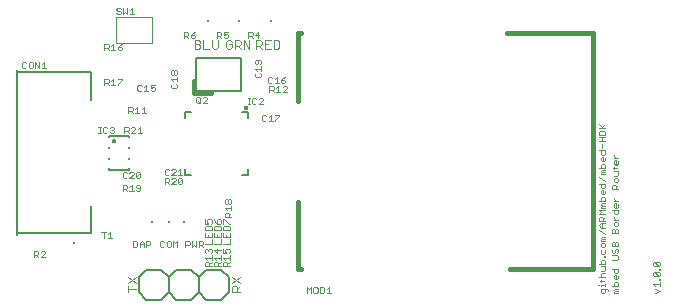
<source format=gto>
G75*
%MOIN*%
%OFA0B0*%
%FSLAX25Y25*%
%IPPOS*%
%LPD*%
%AMOC8*
5,1,8,0,0,1.08239X$1,22.5*
%
%ADD10C,0.00300*%
%ADD11C,0.00400*%
%ADD12R,0.00984X0.00984*%
%ADD13C,0.01600*%
%ADD14C,0.00500*%
%ADD15C,0.01761*%
%ADD16C,0.00600*%
%ADD17C,0.00394*%
D10*
X0209932Y0015350D02*
X0208531Y0015350D01*
X0208531Y0015700D01*
X0208881Y0016051D01*
X0209932Y0016051D01*
X0208881Y0016051D02*
X0208531Y0016401D01*
X0208881Y0016751D01*
X0209932Y0016751D01*
X0207831Y0017560D02*
X0209932Y0017560D01*
X0209932Y0018611D01*
X0209582Y0018961D01*
X0208881Y0018961D01*
X0208531Y0018611D01*
X0208531Y0017560D01*
X0209932Y0020821D02*
X0209932Y0020120D01*
X0209582Y0019770D01*
X0208881Y0019770D01*
X0208531Y0020120D01*
X0208531Y0020821D01*
X0208881Y0021171D01*
X0209232Y0021171D01*
X0209232Y0019770D01*
X0207831Y0023381D02*
X0209932Y0023381D01*
X0209932Y0022330D01*
X0209582Y0021980D01*
X0208881Y0021980D01*
X0208531Y0022330D01*
X0208531Y0023381D01*
X0207831Y0026399D02*
X0209582Y0026399D01*
X0209932Y0026750D01*
X0209932Y0027450D01*
X0209582Y0027801D01*
X0207831Y0027801D01*
X0208181Y0030010D02*
X0207831Y0029660D01*
X0207831Y0028960D01*
X0208181Y0028609D01*
X0208531Y0028609D01*
X0208881Y0028960D01*
X0208881Y0029660D01*
X0209232Y0030010D01*
X0209582Y0030010D01*
X0209932Y0029660D01*
X0209932Y0028960D01*
X0209582Y0028609D01*
X0209932Y0030819D02*
X0207831Y0030819D01*
X0207831Y0031870D01*
X0208181Y0032220D01*
X0208531Y0032220D01*
X0208881Y0031870D01*
X0209232Y0032220D01*
X0209582Y0032220D01*
X0209932Y0031870D01*
X0209932Y0030819D01*
X0208881Y0030819D02*
X0208881Y0031870D01*
X0209932Y0035239D02*
X0207831Y0035239D01*
X0207831Y0036290D01*
X0208181Y0036640D01*
X0208531Y0036640D01*
X0208881Y0036290D01*
X0209232Y0036640D01*
X0209582Y0036640D01*
X0209932Y0036290D01*
X0209932Y0035239D01*
X0208881Y0035239D02*
X0208881Y0036290D01*
X0209932Y0037799D02*
X0209932Y0038500D01*
X0209582Y0038850D01*
X0208881Y0038850D01*
X0208531Y0038500D01*
X0208531Y0037799D01*
X0208881Y0037449D01*
X0209582Y0037449D01*
X0209932Y0037799D01*
X0209932Y0039659D02*
X0208531Y0039659D01*
X0209232Y0039659D02*
X0208531Y0040359D01*
X0208531Y0040710D01*
X0207831Y0042901D02*
X0209932Y0042901D01*
X0209932Y0041851D01*
X0209582Y0041500D01*
X0208881Y0041500D01*
X0208531Y0041851D01*
X0208531Y0042901D01*
X0209932Y0044761D02*
X0209932Y0044060D01*
X0209582Y0043710D01*
X0208881Y0043710D01*
X0208531Y0044060D01*
X0208531Y0044761D01*
X0208881Y0045111D01*
X0209232Y0045111D01*
X0209232Y0043710D01*
X0209932Y0045920D02*
X0208531Y0045920D01*
X0209232Y0045920D02*
X0208531Y0046621D01*
X0208531Y0046971D01*
X0209932Y0049971D02*
X0207831Y0049971D01*
X0207831Y0051022D01*
X0208181Y0051373D01*
X0208881Y0051373D01*
X0209232Y0051022D01*
X0209232Y0049971D01*
X0209232Y0050672D02*
X0209932Y0051373D01*
X0209932Y0052532D02*
X0209932Y0053232D01*
X0209582Y0053583D01*
X0208881Y0053583D01*
X0208531Y0053232D01*
X0208531Y0052532D01*
X0208881Y0052181D01*
X0209582Y0052181D01*
X0209932Y0052532D01*
X0208531Y0054391D02*
X0209582Y0054391D01*
X0209932Y0054742D01*
X0209932Y0055792D01*
X0208531Y0055792D01*
X0208181Y0056951D02*
X0209582Y0056951D01*
X0209932Y0057302D01*
X0208531Y0057302D02*
X0208531Y0056601D01*
X0209932Y0059125D02*
X0209932Y0058425D01*
X0209582Y0058074D01*
X0208881Y0058074D01*
X0208531Y0058425D01*
X0208531Y0059125D01*
X0208881Y0059476D01*
X0209232Y0059476D01*
X0209232Y0058074D01*
X0209932Y0060284D02*
X0208531Y0060284D01*
X0209232Y0060284D02*
X0208531Y0060985D01*
X0208531Y0061335D01*
X0222391Y0015290D02*
X0223792Y0015991D01*
X0222391Y0016691D01*
X0222391Y0017500D02*
X0221691Y0018200D01*
X0223792Y0018200D01*
X0223792Y0017500D02*
X0223792Y0018901D01*
X0223792Y0019710D02*
X0223442Y0019710D01*
X0223442Y0020060D01*
X0223792Y0020060D01*
X0223792Y0019710D01*
X0223442Y0020815D02*
X0222041Y0020815D01*
X0221691Y0021165D01*
X0221691Y0021866D01*
X0222041Y0022216D01*
X0223442Y0022216D01*
X0223792Y0021866D01*
X0223792Y0021165D01*
X0223442Y0020815D01*
X0222041Y0022216D01*
X0223792Y0023025D02*
X0223442Y0023025D01*
X0223442Y0023375D01*
X0223792Y0023375D01*
X0223792Y0023025D01*
X0223442Y0024130D02*
X0222041Y0024130D01*
X0221691Y0024480D01*
X0221691Y0025180D01*
X0222041Y0025531D01*
X0223442Y0025531D01*
X0223792Y0025180D01*
X0223792Y0024480D01*
X0223442Y0024130D01*
X0222041Y0025531D01*
X0065732Y0030650D02*
X0065732Y0032752D01*
X0066783Y0032752D01*
X0067134Y0032401D01*
X0067134Y0031701D01*
X0066783Y0031351D01*
X0065732Y0031351D01*
X0067942Y0032752D02*
X0067942Y0030650D01*
X0068643Y0031351D01*
X0069343Y0030650D01*
X0069343Y0032752D01*
X0070152Y0030650D02*
X0070152Y0032752D01*
X0071203Y0032752D01*
X0071553Y0032401D01*
X0071553Y0031701D01*
X0071203Y0031351D01*
X0070152Y0031351D01*
X0070853Y0031351D02*
X0071553Y0030650D01*
X0048232Y0032752D02*
X0048232Y0030650D01*
X0049283Y0030650D01*
X0049634Y0031000D01*
X0049634Y0032401D01*
X0049283Y0032752D01*
X0048232Y0032752D01*
X0050442Y0030650D02*
X0050442Y0032051D01*
X0051143Y0032752D01*
X0051843Y0032051D01*
X0051843Y0030650D01*
X0051843Y0031701D02*
X0050442Y0031701D01*
X0052652Y0030650D02*
X0052652Y0032752D01*
X0053703Y0032752D01*
X0054053Y0032401D01*
X0054053Y0031701D01*
X0053703Y0031351D01*
X0052652Y0031351D01*
X0058634Y0032401D02*
X0058283Y0032752D01*
X0057583Y0032752D01*
X0057232Y0032401D01*
X0057232Y0031000D01*
X0057583Y0030650D01*
X0058283Y0030650D01*
X0058634Y0031000D01*
X0060493Y0032752D02*
X0059793Y0032752D01*
X0059442Y0032401D01*
X0059442Y0031000D01*
X0059793Y0030650D01*
X0060493Y0030650D01*
X0060843Y0031000D01*
X0060843Y0032401D01*
X0060493Y0032752D01*
X0061652Y0030650D02*
X0061652Y0032752D01*
X0062353Y0032051D01*
X0063053Y0032752D01*
X0063053Y0030650D01*
X0206433Y0016051D02*
X0206433Y0016401D01*
X0206083Y0016751D01*
X0204331Y0016751D01*
X0204331Y0015700D01*
X0204681Y0015350D01*
X0205382Y0015350D01*
X0205732Y0015700D01*
X0205732Y0016751D01*
X0204331Y0017560D02*
X0204331Y0017910D01*
X0205732Y0017910D01*
X0205732Y0017560D02*
X0205732Y0018260D01*
X0203631Y0017910D02*
X0203280Y0017910D01*
X0203981Y0019383D02*
X0205382Y0019383D01*
X0205732Y0019734D01*
X0204331Y0019734D02*
X0204331Y0019033D01*
X0203631Y0020506D02*
X0205732Y0020506D01*
X0204681Y0020506D02*
X0204331Y0020857D01*
X0204331Y0021557D01*
X0204681Y0021908D01*
X0205732Y0021908D01*
X0204331Y0022716D02*
X0205382Y0022716D01*
X0205732Y0023067D01*
X0205732Y0024117D01*
X0204331Y0024117D01*
X0203631Y0024926D02*
X0205732Y0024926D01*
X0205732Y0025977D01*
X0205382Y0026327D01*
X0204681Y0026327D01*
X0204331Y0025977D01*
X0204331Y0024926D01*
X0205732Y0027136D02*
X0205382Y0027136D01*
X0205382Y0027486D01*
X0205732Y0027486D01*
X0205732Y0027136D01*
X0204331Y0029642D02*
X0204331Y0028591D01*
X0204681Y0028241D01*
X0205382Y0028241D01*
X0205732Y0028591D01*
X0205732Y0029642D01*
X0205732Y0030801D02*
X0205732Y0031502D01*
X0205382Y0031852D01*
X0204681Y0031852D01*
X0204331Y0031502D01*
X0204331Y0030801D01*
X0204681Y0030451D01*
X0205382Y0030451D01*
X0205732Y0030801D01*
X0205732Y0032661D02*
X0204331Y0032661D01*
X0204331Y0033011D01*
X0204681Y0033361D01*
X0205732Y0033361D01*
X0204681Y0033361D02*
X0204331Y0033712D01*
X0204681Y0034062D01*
X0205732Y0034062D01*
X0205732Y0034871D02*
X0203631Y0036272D01*
X0205732Y0037080D02*
X0204331Y0037080D01*
X0203631Y0037781D01*
X0204331Y0038482D01*
X0205732Y0038482D01*
X0204681Y0038482D02*
X0204681Y0037080D01*
X0205732Y0039290D02*
X0203631Y0039290D01*
X0203631Y0040341D01*
X0203981Y0040692D01*
X0204681Y0040692D01*
X0205032Y0040341D01*
X0205032Y0039290D01*
X0205032Y0039991D02*
X0205732Y0040692D01*
X0205732Y0041500D02*
X0203631Y0041500D01*
X0204331Y0042201D01*
X0203631Y0042901D01*
X0205732Y0042901D01*
X0205732Y0043710D02*
X0204331Y0043710D01*
X0204331Y0044060D01*
X0204681Y0044411D01*
X0205732Y0044411D01*
X0204681Y0044411D02*
X0204331Y0044761D01*
X0204681Y0045111D01*
X0205732Y0045111D01*
X0203631Y0045920D02*
X0205732Y0045920D01*
X0205732Y0046971D01*
X0205382Y0047321D01*
X0204681Y0047321D01*
X0204331Y0046971D01*
X0204331Y0045920D01*
X0205732Y0049181D02*
X0205732Y0048480D01*
X0205382Y0048130D01*
X0204681Y0048130D01*
X0204331Y0048480D01*
X0204331Y0049181D01*
X0204681Y0049531D01*
X0205032Y0049531D01*
X0205032Y0048130D01*
X0203631Y0051741D02*
X0205732Y0051741D01*
X0205732Y0050690D01*
X0205382Y0050340D01*
X0204681Y0050340D01*
X0204331Y0050690D01*
X0204331Y0051741D01*
X0205732Y0052550D02*
X0203631Y0053951D01*
X0205732Y0054760D02*
X0204331Y0054760D01*
X0204331Y0055110D01*
X0204681Y0055460D01*
X0205732Y0055460D01*
X0204681Y0055460D02*
X0204331Y0055810D01*
X0204681Y0056161D01*
X0205732Y0056161D01*
X0203631Y0056969D02*
X0205732Y0056969D01*
X0205732Y0058020D01*
X0205382Y0058371D01*
X0204681Y0058371D01*
X0204331Y0058020D01*
X0204331Y0056969D01*
X0205732Y0060230D02*
X0205732Y0059530D01*
X0205382Y0059179D01*
X0204681Y0059179D01*
X0204331Y0059530D01*
X0204331Y0060230D01*
X0204681Y0060580D01*
X0205032Y0060580D01*
X0205032Y0059179D01*
X0203631Y0062790D02*
X0205732Y0062790D01*
X0205732Y0061739D01*
X0205382Y0061389D01*
X0204681Y0061389D01*
X0204331Y0061739D01*
X0204331Y0062790D01*
X0204681Y0063599D02*
X0204681Y0065000D01*
X0203631Y0065809D02*
X0205732Y0065809D01*
X0204681Y0065809D02*
X0204681Y0067210D01*
X0203631Y0067210D02*
X0205732Y0067210D01*
X0203631Y0068019D02*
X0205732Y0068019D01*
X0205732Y0069070D01*
X0205382Y0069420D01*
X0203981Y0069420D01*
X0203631Y0069070D01*
X0203631Y0068019D01*
X0203631Y0070229D02*
X0205732Y0070229D01*
X0205032Y0070229D02*
X0203631Y0071630D01*
X0204681Y0070579D02*
X0205732Y0071630D01*
X0076232Y0100150D02*
X0076232Y0102252D01*
X0077283Y0102252D01*
X0077634Y0101901D01*
X0077634Y0101201D01*
X0077283Y0100851D01*
X0076232Y0100851D01*
X0076933Y0100851D02*
X0077634Y0100150D01*
X0079843Y0102252D02*
X0078442Y0102252D01*
X0078442Y0101201D01*
X0079143Y0101551D01*
X0079493Y0101551D01*
X0079843Y0101201D01*
X0079843Y0100500D01*
X0079493Y0100150D01*
X0078793Y0100150D01*
X0078442Y0100500D01*
X0065232Y0100150D02*
X0065232Y0102252D01*
X0066283Y0102252D01*
X0066634Y0101901D01*
X0066634Y0101201D01*
X0066283Y0100851D01*
X0065232Y0100851D01*
X0065933Y0100851D02*
X0066634Y0100150D01*
X0068843Y0102252D02*
X0068143Y0101901D01*
X0067442Y0101201D01*
X0067442Y0100500D01*
X0067793Y0100150D01*
X0068493Y0100150D01*
X0068843Y0100500D01*
X0068843Y0100851D01*
X0068493Y0101201D01*
X0067442Y0101201D01*
X0086732Y0100150D02*
X0086732Y0102252D01*
X0087783Y0102252D01*
X0088134Y0101901D01*
X0088134Y0101201D01*
X0087783Y0100851D01*
X0086732Y0100851D01*
X0087433Y0100851D02*
X0088134Y0100150D01*
X0089993Y0100150D02*
X0089993Y0102252D01*
X0088942Y0101201D01*
X0090343Y0101201D01*
X0106151Y0015176D02*
X0106151Y0017278D01*
X0106851Y0016577D01*
X0107552Y0017278D01*
X0107552Y0015176D01*
X0109411Y0017278D02*
X0108711Y0017278D01*
X0108360Y0016927D01*
X0108360Y0015526D01*
X0108711Y0015176D01*
X0109411Y0015176D01*
X0109762Y0015526D01*
X0109762Y0016927D01*
X0109411Y0017278D01*
X0110570Y0017278D02*
X0110570Y0015176D01*
X0111621Y0015176D01*
X0111971Y0015526D01*
X0111971Y0016927D01*
X0111621Y0017278D01*
X0110570Y0017278D01*
X0112780Y0016577D02*
X0113481Y0017278D01*
X0113481Y0015176D01*
X0114181Y0015176D02*
X0112780Y0015176D01*
X0015232Y0027150D02*
X0015232Y0029252D01*
X0016283Y0029252D01*
X0016634Y0028901D01*
X0016634Y0028201D01*
X0016283Y0027851D01*
X0015232Y0027851D01*
X0015933Y0027851D02*
X0016634Y0027150D01*
X0018843Y0027150D02*
X0017442Y0027150D01*
X0018843Y0028551D01*
X0018843Y0028901D01*
X0018493Y0029252D01*
X0017793Y0029252D01*
X0017442Y0028901D01*
X0093732Y0082150D02*
X0093732Y0084252D01*
X0094783Y0084252D01*
X0095134Y0083901D01*
X0095134Y0083201D01*
X0094783Y0082851D01*
X0093732Y0082851D01*
X0094433Y0082851D02*
X0095134Y0082150D01*
X0095942Y0083551D02*
X0096643Y0084252D01*
X0096643Y0082150D01*
X0097343Y0082150D02*
X0095942Y0082150D01*
X0099553Y0082150D02*
X0098152Y0082150D01*
X0099553Y0083551D01*
X0099553Y0083901D01*
X0099203Y0084252D01*
X0098502Y0084252D01*
X0098152Y0083901D01*
X0094634Y0086901D02*
X0094283Y0087252D01*
X0093583Y0087252D01*
X0093232Y0086901D01*
X0093232Y0085500D01*
X0093583Y0085150D01*
X0094283Y0085150D01*
X0094634Y0085500D01*
X0095442Y0086551D02*
X0096143Y0087252D01*
X0096143Y0085150D01*
X0096843Y0085150D02*
X0095442Y0085150D01*
X0099053Y0087252D02*
X0098353Y0086901D01*
X0097652Y0086201D01*
X0097652Y0085500D01*
X0098002Y0085150D01*
X0098703Y0085150D01*
X0099053Y0085500D01*
X0099053Y0085851D01*
X0098703Y0086201D01*
X0097652Y0086201D01*
X0046732Y0075150D02*
X0046732Y0077252D01*
X0047783Y0077252D01*
X0048134Y0076901D01*
X0048134Y0076201D01*
X0047783Y0075851D01*
X0046732Y0075851D01*
X0047433Y0075851D02*
X0048134Y0075150D01*
X0048942Y0076551D02*
X0049643Y0077252D01*
X0049643Y0075150D01*
X0050343Y0075150D02*
X0048942Y0075150D01*
X0051152Y0076551D02*
X0051853Y0077252D01*
X0051853Y0075150D01*
X0052553Y0075150D02*
X0051152Y0075150D01*
X0086480Y0078119D02*
X0087181Y0078119D01*
X0086831Y0078119D02*
X0086831Y0080220D01*
X0087181Y0080220D02*
X0086480Y0080220D01*
X0089355Y0079870D02*
X0089005Y0080220D01*
X0088304Y0080220D01*
X0087954Y0079870D01*
X0087954Y0078469D01*
X0088304Y0078119D01*
X0089005Y0078119D01*
X0089355Y0078469D01*
X0091565Y0078119D02*
X0090164Y0078119D01*
X0091565Y0079520D01*
X0091565Y0079870D01*
X0091214Y0080220D01*
X0090514Y0080220D01*
X0090164Y0079870D01*
X0069232Y0079000D02*
X0069232Y0080401D01*
X0069583Y0080752D01*
X0070283Y0080752D01*
X0070634Y0080401D01*
X0070634Y0079000D01*
X0070283Y0078650D01*
X0069583Y0078650D01*
X0069232Y0079000D01*
X0069933Y0079351D02*
X0070634Y0078650D01*
X0072843Y0078650D02*
X0071442Y0078650D01*
X0072843Y0080051D01*
X0072843Y0080401D01*
X0072493Y0080752D01*
X0071793Y0080752D01*
X0071442Y0080401D01*
X0061181Y0085051D02*
X0060831Y0084701D01*
X0060831Y0084000D01*
X0061181Y0083650D01*
X0062582Y0083650D01*
X0062932Y0084000D01*
X0062932Y0084701D01*
X0062582Y0085051D01*
X0061531Y0085860D02*
X0060831Y0086560D01*
X0062932Y0086560D01*
X0062932Y0085860D02*
X0062932Y0087261D01*
X0061181Y0088070D02*
X0060831Y0088420D01*
X0060831Y0089121D01*
X0061181Y0089471D01*
X0061531Y0089471D01*
X0061881Y0089121D01*
X0062232Y0089471D01*
X0062582Y0089471D01*
X0062932Y0089121D01*
X0062932Y0088420D01*
X0062582Y0088070D01*
X0062232Y0088070D01*
X0061881Y0088420D01*
X0061531Y0088070D01*
X0061181Y0088070D01*
X0061881Y0088420D02*
X0061881Y0089121D01*
X0089181Y0088551D02*
X0088831Y0088201D01*
X0088831Y0087500D01*
X0089181Y0087150D01*
X0090582Y0087150D01*
X0090932Y0087500D01*
X0090932Y0088201D01*
X0090582Y0088551D01*
X0089531Y0089360D02*
X0088831Y0090060D01*
X0090932Y0090060D01*
X0090932Y0089360D02*
X0090932Y0090761D01*
X0090582Y0091570D02*
X0090932Y0091920D01*
X0090932Y0092621D01*
X0090582Y0092971D01*
X0089181Y0092971D01*
X0088831Y0092621D01*
X0088831Y0091920D01*
X0089181Y0091570D01*
X0089531Y0091570D01*
X0089881Y0091920D01*
X0089881Y0092971D01*
X0058857Y0051650D02*
X0058857Y0053752D01*
X0059908Y0053752D01*
X0060259Y0053401D01*
X0060259Y0052701D01*
X0059908Y0052351D01*
X0058857Y0052351D01*
X0059558Y0052351D02*
X0060259Y0051650D01*
X0062468Y0051650D02*
X0061067Y0051650D01*
X0062468Y0053051D01*
X0062468Y0053401D01*
X0062118Y0053752D01*
X0061418Y0053752D01*
X0061067Y0053401D01*
X0063277Y0052000D02*
X0063277Y0053401D01*
X0063627Y0053752D01*
X0064328Y0053752D01*
X0064678Y0053401D01*
X0064678Y0052000D01*
X0064328Y0051650D01*
X0063627Y0051650D01*
X0063277Y0052000D01*
X0064678Y0053401D01*
X0045382Y0068625D02*
X0045382Y0070727D01*
X0046433Y0070727D01*
X0046784Y0070376D01*
X0046784Y0069676D01*
X0046433Y0069326D01*
X0045382Y0069326D01*
X0046083Y0069326D02*
X0046784Y0068625D01*
X0048993Y0068625D02*
X0047592Y0068625D01*
X0048993Y0070026D01*
X0048993Y0070376D01*
X0048643Y0070727D01*
X0047943Y0070727D01*
X0047592Y0070376D01*
X0049802Y0070026D02*
X0050503Y0070727D01*
X0050503Y0068625D01*
X0051203Y0068625D02*
X0049802Y0068625D01*
X0060259Y0056401D02*
X0059908Y0056752D01*
X0059208Y0056752D01*
X0058857Y0056401D01*
X0058857Y0055000D01*
X0059208Y0054650D01*
X0059908Y0054650D01*
X0060259Y0055000D01*
X0062468Y0054650D02*
X0061067Y0054650D01*
X0062468Y0056051D01*
X0062468Y0056401D01*
X0062118Y0056752D01*
X0061418Y0056752D01*
X0061067Y0056401D01*
X0063277Y0056051D02*
X0063978Y0056752D01*
X0063978Y0054650D01*
X0064678Y0054650D02*
X0063277Y0054650D01*
X0046259Y0055401D02*
X0045908Y0055752D01*
X0045208Y0055752D01*
X0044857Y0055401D01*
X0044857Y0054000D01*
X0045208Y0053650D01*
X0045908Y0053650D01*
X0046259Y0054000D01*
X0048468Y0053650D02*
X0047067Y0053650D01*
X0048468Y0055051D01*
X0048468Y0055401D01*
X0048118Y0055752D01*
X0047418Y0055752D01*
X0047067Y0055401D01*
X0049277Y0054000D02*
X0049277Y0055401D01*
X0049627Y0055752D01*
X0050328Y0055752D01*
X0050678Y0055401D01*
X0050678Y0054000D01*
X0050328Y0053650D01*
X0049627Y0053650D01*
X0049277Y0054000D01*
X0050678Y0055401D01*
X0038433Y0035752D02*
X0038433Y0033650D01*
X0037732Y0035752D02*
X0039134Y0035752D01*
X0039942Y0035051D02*
X0040643Y0035752D01*
X0040643Y0033650D01*
X0041343Y0033650D02*
X0039942Y0033650D01*
X0044857Y0049150D02*
X0044857Y0051252D01*
X0045908Y0051252D01*
X0046259Y0050901D01*
X0046259Y0050201D01*
X0045908Y0049851D01*
X0044857Y0049851D01*
X0045558Y0049851D02*
X0046259Y0049150D01*
X0047067Y0050551D02*
X0047768Y0051252D01*
X0047768Y0049150D01*
X0048468Y0049150D02*
X0047067Y0049150D01*
X0049277Y0049500D02*
X0049627Y0049150D01*
X0050328Y0049150D01*
X0050678Y0049500D01*
X0050678Y0050901D01*
X0050328Y0051252D01*
X0049627Y0051252D01*
X0049277Y0050901D01*
X0049277Y0050551D01*
X0049627Y0050201D01*
X0050678Y0050201D01*
X0051134Y0084401D02*
X0050783Y0084752D01*
X0050083Y0084752D01*
X0049732Y0084401D01*
X0049732Y0083000D01*
X0050083Y0082650D01*
X0050783Y0082650D01*
X0051134Y0083000D01*
X0051942Y0084051D02*
X0052643Y0084752D01*
X0052643Y0082650D01*
X0053343Y0082650D02*
X0051942Y0082650D01*
X0055553Y0084752D02*
X0054152Y0084752D01*
X0054152Y0083701D01*
X0054853Y0084051D01*
X0055203Y0084051D01*
X0055553Y0083701D01*
X0055553Y0083000D01*
X0055203Y0082650D01*
X0054502Y0082650D01*
X0054152Y0083000D01*
X0092634Y0074401D02*
X0092283Y0074752D01*
X0091583Y0074752D01*
X0091232Y0074401D01*
X0091232Y0073000D01*
X0091583Y0072650D01*
X0092283Y0072650D01*
X0092634Y0073000D01*
X0093442Y0074051D02*
X0094143Y0074752D01*
X0094143Y0072650D01*
X0094843Y0072650D02*
X0093442Y0072650D01*
X0095652Y0074752D02*
X0097053Y0074752D01*
X0097053Y0074401D01*
X0095652Y0073000D01*
X0095652Y0072650D01*
X0012634Y0091980D02*
X0012283Y0092331D01*
X0011583Y0092331D01*
X0011232Y0091980D01*
X0011232Y0090579D01*
X0011583Y0090229D01*
X0012283Y0090229D01*
X0012634Y0090579D01*
X0014493Y0092331D02*
X0013793Y0092331D01*
X0013442Y0091980D01*
X0013442Y0090579D01*
X0013793Y0090229D01*
X0014493Y0090229D01*
X0014843Y0090579D01*
X0014843Y0091980D01*
X0014493Y0092331D01*
X0015652Y0090229D02*
X0015652Y0092331D01*
X0017053Y0090229D01*
X0017053Y0092331D01*
X0017862Y0091630D02*
X0018563Y0092331D01*
X0018563Y0090229D01*
X0019263Y0090229D02*
X0017862Y0090229D01*
X0075331Y0031750D02*
X0077432Y0031750D01*
X0077432Y0033151D01*
X0075331Y0035361D02*
X0075331Y0033960D01*
X0077432Y0033960D01*
X0077432Y0035361D01*
X0076381Y0034660D02*
X0076381Y0033960D01*
X0075331Y0036170D02*
X0077432Y0036170D01*
X0077432Y0037221D01*
X0077082Y0037571D01*
X0075681Y0037571D01*
X0075331Y0037221D01*
X0075331Y0036170D01*
X0075331Y0039781D02*
X0075681Y0039080D01*
X0076381Y0038380D01*
X0077082Y0038380D01*
X0077432Y0038730D01*
X0077432Y0039431D01*
X0077082Y0039781D01*
X0076732Y0039781D01*
X0076381Y0039431D01*
X0076381Y0038380D01*
X0078331Y0031750D02*
X0080432Y0031750D01*
X0080432Y0033151D01*
X0078331Y0035361D02*
X0078331Y0033960D01*
X0080432Y0033960D01*
X0080432Y0035361D01*
X0079381Y0034660D02*
X0079381Y0033960D01*
X0078331Y0036170D02*
X0080432Y0036170D01*
X0080432Y0037221D01*
X0080082Y0037571D01*
X0078681Y0037571D01*
X0078331Y0037221D01*
X0078331Y0036170D01*
X0078331Y0038380D02*
X0078331Y0039781D01*
X0078681Y0039781D01*
X0080082Y0038380D01*
X0080432Y0038380D01*
X0072331Y0031750D02*
X0074432Y0031750D01*
X0074432Y0033151D01*
X0072331Y0035361D02*
X0072331Y0033960D01*
X0074432Y0033960D01*
X0074432Y0035361D01*
X0073381Y0034660D02*
X0073381Y0033960D01*
X0072331Y0036170D02*
X0074432Y0036170D01*
X0074432Y0037221D01*
X0074082Y0037571D01*
X0072681Y0037571D01*
X0072331Y0037221D01*
X0072331Y0036170D01*
X0072331Y0039781D02*
X0072331Y0038380D01*
X0073381Y0038380D01*
X0073031Y0039080D01*
X0073031Y0039431D01*
X0073381Y0039781D01*
X0074082Y0039781D01*
X0074432Y0039431D01*
X0074432Y0038730D01*
X0074082Y0038380D01*
X0077432Y0024150D02*
X0075331Y0024150D01*
X0075331Y0025201D01*
X0075681Y0025551D01*
X0076381Y0025551D01*
X0076732Y0025201D01*
X0076732Y0024150D01*
X0076732Y0024851D02*
X0077432Y0025551D01*
X0076031Y0026360D02*
X0075331Y0027060D01*
X0077432Y0027060D01*
X0077432Y0026360D02*
X0077432Y0027761D01*
X0077432Y0029621D02*
X0075331Y0029621D01*
X0076381Y0028570D01*
X0076381Y0029971D01*
X0080432Y0024150D02*
X0078331Y0024150D01*
X0078331Y0025201D01*
X0078681Y0025551D01*
X0079381Y0025551D01*
X0079732Y0025201D01*
X0079732Y0024150D01*
X0079732Y0024851D02*
X0080432Y0025551D01*
X0079031Y0026360D02*
X0078331Y0027060D01*
X0080432Y0027060D01*
X0080432Y0026360D02*
X0080432Y0027761D01*
X0078331Y0029971D02*
X0078331Y0028570D01*
X0079381Y0028570D01*
X0079031Y0029270D01*
X0079031Y0029621D01*
X0079381Y0029971D01*
X0080082Y0029971D01*
X0080432Y0029621D01*
X0080432Y0028920D01*
X0080082Y0028570D01*
X0074432Y0024150D02*
X0072331Y0024150D01*
X0072331Y0025201D01*
X0072681Y0025551D01*
X0073381Y0025551D01*
X0073732Y0025201D01*
X0073732Y0024150D01*
X0073732Y0024851D02*
X0074432Y0025551D01*
X0073031Y0026360D02*
X0072331Y0027060D01*
X0074432Y0027060D01*
X0074432Y0026360D02*
X0074432Y0027761D01*
X0072681Y0028570D02*
X0072331Y0028920D01*
X0072331Y0029621D01*
X0072681Y0029971D01*
X0073031Y0029971D01*
X0073381Y0029621D01*
X0073381Y0029270D01*
X0073381Y0029621D02*
X0073732Y0029971D01*
X0074082Y0029971D01*
X0074432Y0029621D01*
X0074432Y0028920D01*
X0074082Y0028570D01*
X0044134Y0109901D02*
X0043783Y0110252D01*
X0043083Y0110252D01*
X0042732Y0109901D01*
X0042732Y0109551D01*
X0043083Y0109201D01*
X0043783Y0109201D01*
X0044134Y0108851D01*
X0044134Y0108500D01*
X0043783Y0108150D01*
X0043083Y0108150D01*
X0042732Y0108500D01*
X0044942Y0110252D02*
X0044942Y0108150D01*
X0045643Y0108851D01*
X0046343Y0108150D01*
X0046343Y0110252D01*
X0047152Y0109551D02*
X0047853Y0110252D01*
X0047853Y0108150D01*
X0048553Y0108150D02*
X0047152Y0108150D01*
X0037433Y0068650D02*
X0036732Y0068650D01*
X0037083Y0068650D02*
X0037083Y0070752D01*
X0037433Y0070752D02*
X0036732Y0070752D01*
X0039607Y0070401D02*
X0039257Y0070752D01*
X0038556Y0070752D01*
X0038206Y0070401D01*
X0038206Y0069000D01*
X0038556Y0068650D01*
X0039257Y0068650D01*
X0039607Y0069000D01*
X0040416Y0070401D02*
X0040766Y0070752D01*
X0041466Y0070752D01*
X0041817Y0070401D01*
X0041817Y0070051D01*
X0041466Y0069701D01*
X0041116Y0069701D01*
X0041466Y0069701D02*
X0041817Y0069351D01*
X0041817Y0069000D01*
X0041466Y0068650D01*
X0040766Y0068650D01*
X0040416Y0069000D01*
X0038732Y0096150D02*
X0038732Y0098252D01*
X0039783Y0098252D01*
X0040134Y0097901D01*
X0040134Y0097201D01*
X0039783Y0096851D01*
X0038732Y0096851D01*
X0039433Y0096851D02*
X0040134Y0096150D01*
X0040942Y0097551D02*
X0041643Y0098252D01*
X0041643Y0096150D01*
X0042343Y0096150D02*
X0040942Y0096150D01*
X0044553Y0098252D02*
X0043853Y0097901D01*
X0043152Y0097201D01*
X0043152Y0096500D01*
X0043502Y0096150D01*
X0044203Y0096150D01*
X0044553Y0096500D01*
X0044553Y0096851D01*
X0044203Y0097201D01*
X0043152Y0097201D01*
X0038732Y0084650D02*
X0038732Y0086752D01*
X0039783Y0086752D01*
X0040134Y0086401D01*
X0040134Y0085701D01*
X0039783Y0085351D01*
X0038732Y0085351D01*
X0039433Y0085351D02*
X0040134Y0084650D01*
X0040942Y0086051D02*
X0041643Y0086752D01*
X0041643Y0084650D01*
X0042343Y0084650D02*
X0040942Y0084650D01*
X0043152Y0086752D02*
X0044553Y0086752D01*
X0044553Y0086401D01*
X0043152Y0085000D01*
X0043152Y0084650D01*
X0080932Y0040650D02*
X0078831Y0040650D01*
X0078831Y0041701D01*
X0079181Y0042051D01*
X0079881Y0042051D01*
X0080232Y0041701D01*
X0080232Y0040650D01*
X0080232Y0041351D02*
X0080932Y0042051D01*
X0079531Y0042860D02*
X0078831Y0043560D01*
X0080932Y0043560D01*
X0080932Y0042860D02*
X0080932Y0044261D01*
X0079181Y0045070D02*
X0078831Y0045420D01*
X0078831Y0046121D01*
X0079181Y0046471D01*
X0079531Y0046471D01*
X0079881Y0046121D01*
X0080232Y0046471D01*
X0080582Y0046471D01*
X0080932Y0046121D01*
X0080932Y0045420D01*
X0080582Y0045070D01*
X0080232Y0045070D01*
X0079881Y0045420D01*
X0079531Y0045070D01*
X0079181Y0045070D01*
X0079881Y0045420D02*
X0079881Y0046121D01*
D11*
X0089282Y0096700D02*
X0089282Y0099502D01*
X0090684Y0099502D01*
X0091151Y0099035D01*
X0091151Y0098101D01*
X0090684Y0097634D01*
X0089282Y0097634D01*
X0090217Y0097634D02*
X0091151Y0096700D01*
X0094097Y0099502D02*
X0092229Y0099502D01*
X0092229Y0096700D01*
X0094097Y0096700D01*
X0093163Y0098101D02*
X0092229Y0098101D01*
X0095175Y0099502D02*
X0095175Y0096700D01*
X0096577Y0096700D01*
X0097044Y0097167D01*
X0097044Y0099035D01*
X0096577Y0099502D01*
X0095175Y0099502D01*
X0081151Y0099035D02*
X0080684Y0099502D01*
X0079749Y0099502D01*
X0079282Y0099035D01*
X0079282Y0097167D01*
X0079749Y0096700D01*
X0080684Y0096700D01*
X0081151Y0097167D01*
X0081151Y0098101D01*
X0080217Y0098101D01*
X0082229Y0096700D02*
X0082229Y0099502D01*
X0083630Y0099502D01*
X0084097Y0099035D01*
X0084097Y0098101D01*
X0083630Y0097634D01*
X0082229Y0097634D01*
X0083163Y0097634D02*
X0084097Y0096700D01*
X0085175Y0096700D02*
X0085175Y0099502D01*
X0087044Y0096700D01*
X0087044Y0099502D01*
X0068782Y0096700D02*
X0068782Y0099502D01*
X0070184Y0099502D01*
X0070651Y0099035D01*
X0070651Y0098568D01*
X0070184Y0098101D01*
X0070651Y0097634D01*
X0070651Y0097167D01*
X0070184Y0096700D01*
X0068782Y0096700D01*
X0068782Y0098101D02*
X0070184Y0098101D01*
X0071729Y0099502D02*
X0071729Y0096700D01*
X0073597Y0096700D01*
X0074675Y0099502D02*
X0074675Y0097167D01*
X0075142Y0096700D01*
X0076077Y0096700D01*
X0076544Y0097167D01*
X0076544Y0099502D01*
X0083882Y0015700D02*
X0081080Y0015700D01*
X0081080Y0017101D01*
X0081547Y0017568D01*
X0082481Y0017568D01*
X0082948Y0017101D01*
X0082948Y0015700D01*
X0082948Y0016634D02*
X0083882Y0017568D01*
X0083882Y0020515D02*
X0081080Y0018647D01*
X0081080Y0020515D02*
X0083882Y0018647D01*
X0049382Y0016634D02*
X0046580Y0016634D01*
X0046580Y0015700D02*
X0046580Y0017568D01*
X0046580Y0018647D02*
X0049382Y0020515D01*
X0049382Y0018647D02*
X0046580Y0020515D01*
D12*
X0094090Y0106000D03*
X0083590Y0106000D03*
X0073090Y0106000D03*
X0028575Y0032000D03*
X0060082Y0038992D03*
X0065082Y0038992D03*
X0054582Y0038992D03*
D13*
X0103097Y0079202D02*
X0103097Y0101840D01*
X0104082Y0101840D01*
X0103097Y0045738D02*
X0103097Y0023100D01*
X0104082Y0023100D01*
X0173963Y0023100D02*
X0201523Y0023100D01*
X0201523Y0101840D01*
X0172979Y0101840D01*
X0068582Y0086000D02*
X0068582Y0082000D01*
X0074082Y0082000D01*
D14*
X0086515Y0075433D02*
X0086515Y0073465D01*
X0065649Y0073465D02*
X0065649Y0075433D01*
X0084547Y0075433D02*
X0086515Y0075433D01*
X0067618Y0075433D02*
X0065649Y0075433D01*
X0084547Y0054567D02*
X0086515Y0054567D01*
X0067618Y0054567D02*
X0065649Y0054567D01*
X0086515Y0054567D02*
X0086515Y0056535D01*
X0065649Y0056535D02*
X0065649Y0054567D01*
X0069082Y0082500D02*
X0069082Y0093500D01*
X0084082Y0093500D01*
X0084082Y0082500D01*
X0069082Y0082500D01*
D15*
X0085925Y0076811D03*
D16*
X0009582Y0089559D02*
X0009582Y0088772D01*
X0009582Y0035228D01*
X0009582Y0034441D01*
X0009582Y0088772D02*
X0034386Y0088772D01*
X0034386Y0079717D01*
X0009582Y0035228D02*
X0034386Y0035228D01*
X0034386Y0044283D01*
X0040393Y0056402D02*
X0046771Y0056402D01*
X0046771Y0067598D02*
X0040393Y0067598D01*
X0040393Y0064055D02*
X0040393Y0063685D01*
X0040393Y0060315D02*
X0040393Y0059945D01*
X0040393Y0067228D02*
X0040393Y0067598D01*
X0040393Y0056772D02*
X0040393Y0056402D01*
X0046771Y0056402D02*
X0046771Y0056772D01*
X0046771Y0067228D02*
X0046771Y0067598D01*
X0046771Y0060315D02*
X0046771Y0059945D01*
X0046771Y0063685D02*
X0046771Y0064055D01*
X0041417Y0065937D02*
X0041419Y0065976D01*
X0041425Y0066015D01*
X0041435Y0066053D01*
X0041448Y0066090D01*
X0041465Y0066125D01*
X0041485Y0066159D01*
X0041509Y0066190D01*
X0041536Y0066219D01*
X0041565Y0066245D01*
X0041597Y0066268D01*
X0041631Y0066288D01*
X0041667Y0066304D01*
X0041704Y0066316D01*
X0041743Y0066325D01*
X0041782Y0066330D01*
X0041821Y0066331D01*
X0041860Y0066328D01*
X0041899Y0066321D01*
X0041936Y0066310D01*
X0041973Y0066296D01*
X0042008Y0066278D01*
X0042041Y0066257D01*
X0042072Y0066232D01*
X0042100Y0066205D01*
X0042125Y0066175D01*
X0042147Y0066142D01*
X0042166Y0066108D01*
X0042181Y0066072D01*
X0042193Y0066034D01*
X0042201Y0065996D01*
X0042205Y0065957D01*
X0042205Y0065917D01*
X0042201Y0065878D01*
X0042193Y0065840D01*
X0042181Y0065802D01*
X0042166Y0065766D01*
X0042147Y0065732D01*
X0042125Y0065699D01*
X0042100Y0065669D01*
X0042072Y0065642D01*
X0042041Y0065617D01*
X0042008Y0065596D01*
X0041973Y0065578D01*
X0041936Y0065564D01*
X0041899Y0065553D01*
X0041860Y0065546D01*
X0041821Y0065543D01*
X0041782Y0065544D01*
X0041743Y0065549D01*
X0041704Y0065558D01*
X0041667Y0065570D01*
X0041631Y0065586D01*
X0041597Y0065606D01*
X0041565Y0065629D01*
X0041536Y0065655D01*
X0041509Y0065684D01*
X0041485Y0065715D01*
X0041465Y0065749D01*
X0041448Y0065784D01*
X0041435Y0065821D01*
X0041425Y0065859D01*
X0041419Y0065898D01*
X0041417Y0065937D01*
X0052582Y0023000D02*
X0057582Y0023000D01*
X0060082Y0020500D01*
X0060082Y0015500D01*
X0057582Y0013000D01*
X0060082Y0020500D02*
X0062582Y0023000D01*
X0067582Y0023000D01*
X0070082Y0020500D01*
X0070082Y0015500D01*
X0067582Y0013000D01*
X0062582Y0013000D01*
X0060082Y0015500D01*
X0050082Y0015500D02*
X0050082Y0020500D01*
X0052582Y0023000D01*
X0050082Y0015500D02*
X0052582Y0013000D01*
X0057582Y0013000D01*
X0070082Y0020500D02*
X0072582Y0023000D01*
X0077582Y0023000D01*
X0080082Y0020500D01*
X0080082Y0015500D01*
X0077582Y0013000D01*
X0072582Y0013000D01*
X0070082Y0015500D01*
D17*
X0054488Y0098669D02*
X0042677Y0098669D01*
X0042677Y0107331D01*
X0054488Y0107331D01*
X0054488Y0098669D01*
M02*

</source>
